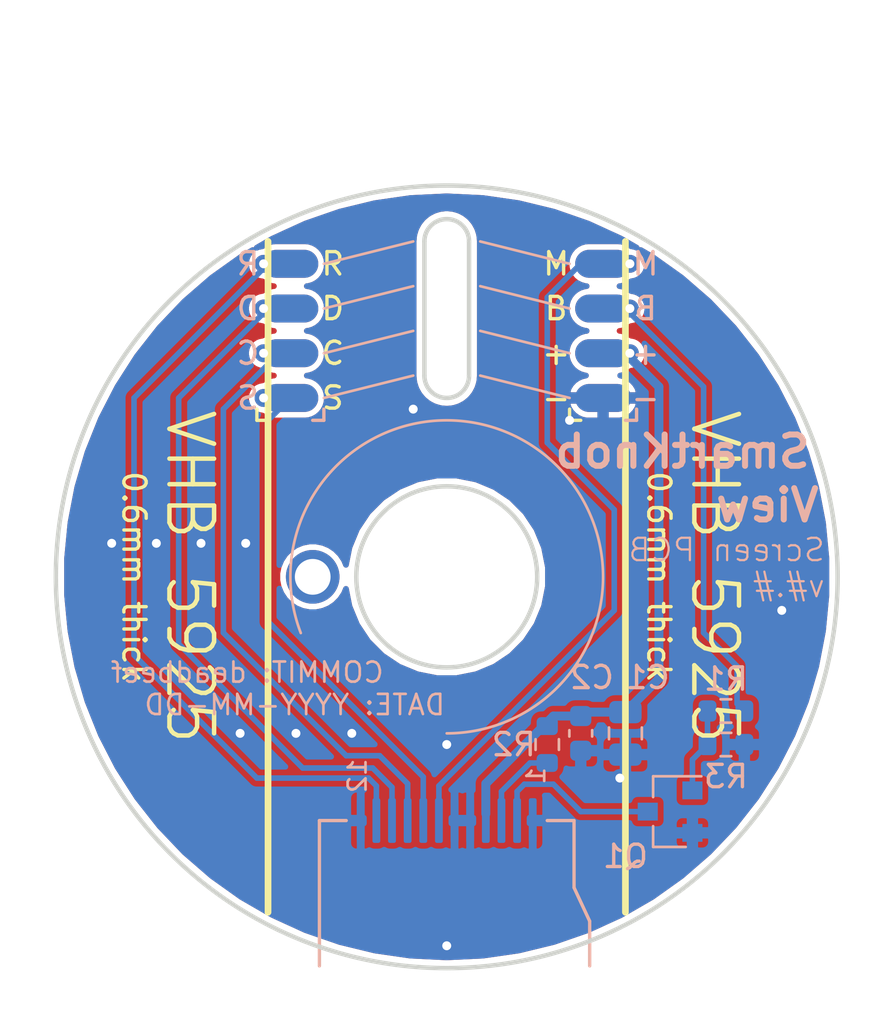
<source format=kicad_pcb>
(kicad_pcb (version 20211014) (generator pcbnew)
  (layers (0 "F.Cu" signal) (31 "B.Cu" signal) (34 "B.Paste" user) (35 "F.Paste" user) (36 "B.SilkS" user "B.Silkscreen") (37 "F.SilkS" user "F.Silkscreen") (38 "B.Mask" user) (39 "F.Mask" user) (44 "Edge.Cuts" user))
  (net 0 "")
  (net 1 "GND")
  (net 2 "/VDD")
  (net 3 "/DC")
  (net 4 "/BACKLIGHT_EN")
  (net 5 "/nRESET")
  (net 6 "/MOSI")
  (net 7 "/SCK")
  (net 8 "/nCS")
  (net 9 "/LEDA")
  (net 10 "/LEDK")
  (net 11 "Net-(Q1-Pad1)")
  (footprint "Holes:AlignmentHole_1.6" (layer "F.Cu") (at 94 100)
    (fp_text reference "H1" hide)
    (fp_text value "AlignmentHole" hide)
    (pad "1" thru_hole circle locked (at 0 0) (size 2.4 2.4) (drill 1.6) (layers *.Cu *.Mask))
  )
  (footprint "SolderPads:SolderPads_2mm_4" (layer "F.Cu") (at 93 92 90)
    (fp_text reference "J5" hide)
    (fp_text value "Conn_01x04")
    (fp_line (start -0.5 -1.5) (end -1 -1.5) (layer "F.SilkS") (width 0.15))
    (fp_line (start -1 -1.5) (end -1 -1) (layer "F.SilkS") (width 0.15))
    (pad "1" smd oval locked (at 0 0 90) (size 1.25 2.5) (layers "F.Cu" "F.Mask") (net 8 "/nCS"))
    (pad "2" smd oval locked (at 2 0 90) (size 1.25 2.5) (layers "F.Cu" "F.Mask") (net 7 "/SCK"))
    (pad "3" smd oval locked (at 4 0 90) (size 1.25 2.5) (layers "F.Cu" "F.Mask") (net 6 "/MOSI"))
    (pad "4" smd oval locked (at 6 0 90) (size 1.25 2.5) (layers "F.Cu" "F.Mask") (net 5 "/nRESET"))
  )
  (footprint "SolderPads:SolderPads_2mm_4" (layer "F.Cu") (at 107 92 90)
    (fp_text reference "J4" hide)
    (fp_text value "Conn_01x04")
    (fp_line (start -0.5 -1.5) (end -1 -1.5) (layer "F.SilkS") (width 0.15))
    (fp_line (start -1 -1.5) (end -1 -1) (layer "F.SilkS") (width 0.15))
    (pad "1" smd oval locked (at 0 0 90) (size 1.25 2.5) (layers "F.Cu" "F.Mask") (net 1 "GND"))
    (pad "2" smd oval locked (at 2 0 90) (size 1.25 2.5) (layers "F.Cu" "F.Mask") (net 2 "/VDD"))
    (pad "3" smd oval locked (at 4 0 90) (size 1.25 2.5) (layers "F.Cu" "F.Mask") (net 4 "/BACKLIGHT_EN"))
    (pad "4" smd oval locked (at 6 0 90) (size 1.25 2.5) (layers "F.Cu" "F.Mask") (net 3 "/DC"))
  )
  (footprint "LCD_GC9A01:GC9A01Round1.28" (layer "B.Cu") (at 100 110.9 90)
    (fp_text reference "J2" hide)
    (fp_text value "GC9A01")
    (fp_text user "1" (at 2 4 90) (layer "B.SilkS") (effects (font (size 0.8 0.8) (thickness 0.12)) (justify mirror)))
    (fp_text user "12" (at 2 -4 90) (layer "B.SilkS") (effects (font (size 0.8 0.8) (thickness 0.12)) (justify mirror)))
    (fp_line (start 0 5.7) (end 0 4.5) (layer "B.SilkS") (width 0.15))
    (fp_line (start -6.5 6.4) (end -4.5 6.4) (layer "B.SilkS") (width 0.15))
    (fp_line (start 0 -5.7) (end -6.5 -5.7) (layer "B.SilkS") (width 0.15))
    (fp_line (start -4.5 6.4) (end -3 5.7) (layer "B.SilkS") (width 0.15))
    (fp_line (start 0 5.7) (end -3 5.7) (layer "B.SilkS") (width 0.15))
    (fp_line (start 0 -5.7) (end 0 -4.5) (layer "B.SilkS") (width 0.15))
    (pad "1" smd roundrect locked (at 0 3.85 90) (size 2 0.35) (layers "B.Cu" "B.Paste" "B.Mask") (net 1 "GND"))
    (pad "2" smd roundrect locked (at 0 3.15 90) (size 2 0.35) (layers "B.Cu" "B.Paste" "B.Mask") (net 10 "/LEDK"))
    (pad "3" smd roundrect locked (at 0 2.45 90) (size 2 0.35) (layers "B.Cu" "B.Paste" "B.Mask") (net 9 "/LEDA"))
    (pad "4" smd roundrect locked (at 0 1.75 90) (size 2 0.35) (layers "B.Cu" "B.Paste" "B.Mask") (net 2 "/VDD"))
    (pad "5" smd roundrect locked (at 0 1.05 90) (size 2 0.35) (layers "B.Cu" "B.Paste" "B.Mask") (net 1 "GND"))
    (pad "6" smd roundrect locked (at 0 0.35 90) (size 2 0.35) (layers "B.Cu" "B.Paste" "B.Mask") (net 1 "GND"))
    (pad "7" smd roundrect locked (at 0 -0.35 90) (size 2 0.35) (layers "B.Cu" "B.Paste" "B.Mask") (net 3 "/DC"))
    (pad "8" smd roundrect locked (at 0 -1.05 90) (size 2 0.35) (layers "B.Cu" "B.Paste" "B.Mask") (net 8 "/nCS"))
    (pad "9" smd roundrect locked (at 0 -1.75 90) (size 2 0.35) (layers "B.Cu" "B.Paste" "B.Mask") (net 7 "/SCK"))
    (pad "10" smd roundrect locked (at 0 -2.45 90) (size 2 0.35) (layers "B.Cu" "B.Paste" "B.Mask") (net 6 "/MOSI"))
    (pad "11" smd roundrect locked (at 0 -3.15 90) (size 2 0.35) (layers "B.Cu" "B.Paste" "B.Mask") (net 5 "/nRESET"))
    (pad "12" smd roundrect locked (at 0 -3.85 90) (size 2 0.35) (layers "B.Cu" "B.Paste" "B.Mask") (net 1 "GND"))
  )
  (footprint "Package_TO_SOT_SMD:SOT-23" (layer "B.Cu") (at 110 110.5 180)
    (fp_text reference "Q1" (at 2 -2 180) (layer "B.SilkS") (effects (justify mirror)))
    (fp_text value "2N7002")
    (fp_line (start 0.76 1.58) (end -1.4 1.58) (layer "B.SilkS") (width 0.12))
    (fp_line (start 0.76 1.58) (end 0.76 0.65) (layer "B.SilkS") (width 0.12))
    (fp_line (start 0.76 -1.58) (end -0.7 -1.58) (layer "B.SilkS") (width 0.12))
    (fp_line (start 0.76 -1.58) (end 0.76 -0.65) (layer "B.SilkS") (width 0.12))
    (pad "1" smd rect locked (at -1 0.95 180) (size 0.9 0.8) (layers "B.Cu" "B.Paste" "B.Mask") (net 11 "Net-(Q1-Pad1)"))
    (pad "2" smd rect locked (at -1 -0.95 180) (size 0.9 0.8) (layers "B.Cu" "B.Paste" "B.Mask") (net 1 "GND"))
    (pad "3" smd rect locked (at 1 0 180) (size 0.9 0.8) (layers "B.Cu" "B.Paste" "B.Mask") (net 10 "/LEDK"))
  )
  (footprint "Resistor_SMD:R_0603_1608Metric" (layer "B.Cu") (at 112.5 106 180)
    (fp_text reference "R1" (at 0 1.43) (layer "B.SilkS") (effects (justify mirror)))
    (fp_text value "10k")
    (fp_line (start -0.237258 -0.5225) (end 0.237258 -0.5225) (layer "B.SilkS") (width 0.12))
    (fp_line (start -0.237258 0.5225) (end 0.237258 0.5225) (layer "B.SilkS") (width 0.12))
    (pad "1" smd roundrect locked (at -0.825 0 180) (size 0.8 0.95) (layers "B.Cu" "B.Paste" "B.Mask") (net 4 "/BACKLIGHT_EN"))
    (pad "2" smd roundrect locked (at 0.825 0 180) (size 0.8 0.95) (layers "B.Cu" "B.Paste" "B.Mask") (net 11 "Net-(Q1-Pad1)"))
  )
  (footprint "Resistor_SMD:R_0603_1608Metric" (layer "B.Cu") (at 104.5 107.5 -90)
    (fp_text reference "R2" (at 0 1.5) (layer "B.SilkS") (effects (justify mirror)))
    (fp_text value "22R")
    (fp_line (start -0.237258 0.5225) (end 0.237258 0.5225) (layer "B.SilkS") (width 0.12))
    (fp_line (start -0.237258 -0.5225) (end 0.237258 -0.5225) (layer "B.SilkS") (width 0.12))
    (pad "1" smd roundrect locked (at -0.825 0 270) (size 0.8 0.95) (layers "B.Cu" "B.Paste" "B.Mask") (net 2 "/VDD"))
    (pad "2" smd roundrect locked (at 0.825 0 270) (size 0.8 0.95) (layers "B.Cu" "B.Paste" "B.Mask") (net 9 "/LEDA"))
  )
  (footprint "Resistor_SMD:R_0603_1608Metric" (layer "B.Cu") (at 112.5 107.5)
    (fp_text reference "R3" (at 0 1.43) (layer "B.SilkS") (effects (justify mirror)))
    (fp_text value "1M")
    (fp_line (start -0.237258 0.5225) (end 0.237258 0.5225) (layer "B.SilkS") (width 0.12))
    (fp_line (start -0.237258 -0.5225) (end 0.237258 -0.5225) (layer "B.SilkS") (width 0.12))
    (pad "1" smd roundrect locked (at -0.825 0) (size 0.8 0.95) (layers "B.Cu" "B.Paste" "B.Mask") (net 11 "Net-(Q1-Pad1)"))
    (pad "2" smd roundrect locked (at 0.825 0) (size 0.8 0.95) (layers "B.Cu" "B.Paste" "B.Mask") (net 1 "GND"))
  )
  (footprint "Capacitor_SMD:C_0603_1608Metric" (layer "B.Cu") (at 106 107 -90)
    (fp_text reference "C2" (at -2.5 -0.5) (layer "B.SilkS") (effects (justify mirror)))
    (fp_text value "0.1uF")
    (fp_line (start -0.14058 0.51) (end 0.14058 0.51) (layer "B.SilkS") (width 0.12))
    (fp_line (start -0.14058 -0.51) (end 0.14058 -0.51) (layer "B.SilkS") (width 0.12))
    (pad "1" smd roundrect locked (at -0.775 0 270) (size 0.9 0.95) (layers "B.Cu" "B.Paste" "B.Mask") (net 2 "/VDD"))
    (pad "2" smd roundrect locked (at 0.775 0 270) (size 0.9 0.95) (layers "B.Cu" "B.Paste" "B.Mask") (net 1 "GND"))
  )
  (footprint "Capacitor_SMD:C_0805_2012Metric" (layer "B.Cu") (at 108 107 -90)
    (fp_text reference "C1" (at -2.5 -1) (layer "B.SilkS") (effects (justify mirror)))
    (fp_text value "22uF")
    (fp_line (start -0.261252 0.735) (end 0.261252 0.735) (layer "B.SilkS") (width 0.12))
    (fp_line (start -0.261252 -0.735) (end 0.261252 -0.735) (layer "B.SilkS") (width 0.12))
    (pad "1" smd roundrect locked (at -0.95 0 270) (size 1 1.45) (layers "B.Cu" "B.Paste" "B.Mask") (net 2 "/VDD"))
    (pad "2" smd roundrect locked (at 0.95 0 270) (size 1 1.45) (layers "B.Cu" "B.Paste" "B.Mask") (net 1 "GND"))
  )
  (footprint "SolderPads:SolderPads_2mm_4" (layer "B.Cu") (at 93 92 90)
    (fp_text reference "J3" hide)
    (fp_text value "Conn_01x04")
    (fp_line (start -0.5 1.5) (end -1 1.5) (layer "B.SilkS") (width 0.15))
    (fp_line (start -1 1.5) (end -1 1) (layer "B.SilkS") (width 0.15))
    (pad "1" smd oval locked (at 0 0 90) (size 1.25 2.5) (layers "B.Cu" "B.Mask") (net 8 "/nCS"))
    (pad "2" smd oval locked (at 2 0 90) (size 1.25 2.5) (layers "B.Cu" "B.Mask") (net 7 "/SCK"))
    (pad "3" smd oval locked (at 4 0 90) (size 1.25 2.5) (layers "B.Cu" "B.Mask") (net 6 "/MOSI"))
    (pad "4" smd oval locked (at 6 0 90) (size 1.25 2.5) (layers "B.Cu" "B.Mask") (net 5 "/nRESET"))
  )
  (footprint "SolderPads:SolderPads_2mm_4" (layer "B.Cu") (at 107 92 90)
    (fp_text reference "J1" hide)
    (fp_text value "Conn_01x04")
    (fp_line (start -1 1.5) (end -1 1) (layer "B.SilkS") (width 0.15))
    (fp_line (start -0.5 1.5) (end -1 1.5) (layer "B.SilkS") (width 0.15))
    (pad "1" smd oval locked (at 0 0 90) (size 1.25 2.5) (layers "B.Cu" "B.Mask") (net 1 "GND"))
    (pad "2" smd oval locked (at 2 0 90) (size 1.25 2.5) (layers "B.Cu" "B.Mask") (net 2 "/VDD"))
    (pad "3" smd oval locked (at 4 0 90) (size 1.25 2.5) (layers "B.Cu" "B.Mask") (net 4 "/BACKLIGHT_EN"))
    (pad "4" smd oval locked (at 6 0 90) (size 1.25 2.5) (layers "B.Cu" "B.Mask") (net 3 "/DC"))
  )
  (gr_arc (start 93.466581 102.512854) (mid 103.962955 94.229819) (end 100 107) (layer "B.SilkS") (width 0.12))
  (gr_line (start 98.5 85) (end 94.5 86) (layer "B.SilkS") (width 0.12))
  (gr_line (start 98.5 91) (end 94.5 92) (layer "B.SilkS") (width 0.12))
  (gr_line (start 101.5 85) (end 105.5 86) (layer "B.SilkS") (width 0.12))
  (gr_line (start 101.5 91) (end 105.5 92) (layer "B.SilkS") (width 0.12))
  (gr_line (start 98.5 89) (end 94.5 90) (layer "B.SilkS") (width 0.12))
  (gr_line (start 101.5 89) (end 105.5 90) (layer "B.SilkS") (width 0.12))
  (gr_line (start 98.5 87) (end 94.5 88) (layer "B.SilkS") (width 0.12))
  (gr_line (start 101.5 87) (end 105.5 88) (layer "B.SilkS") (width 0.12))
  (gr_line (start 92 85) (end 92 115) (layer "F.SilkS") (width 0.3))
  (gr_line (start 108 85) (end 108 115) (layer "F.SilkS") (width 0.3))
  (gr_arc (start 101 91) (mid 100 92) (end 99 91) (layer "Edge.Cuts") (width 0.2))
  (gr_line (start 99 85) (end 99 91) (layer "Edge.Cuts") (width 0.2))
  (gr_line (start 101 91) (end 101 85) (layer "Edge.Cuts") (width 0.2))
  (gr_arc (start 99 85) (mid 100 84) (end 101 85) (layer "Edge.Cuts") (width 0.2))
  (gr_circle (center 100 100) (end 104.05 100) (layer "Edge.Cuts") (width 0.2) (fill none))
  (gr_circle (center 100 100) (end 117.5 100) (layer "Edge.Cuts") (width 0.2) (fill none))
  (gr_text "    COMMIT: deadbeef\nDATE: YYYY-MM-DD\n" (at 100 105) (layer "B.SilkS") (effects (font (size 0.9 0.9) (thickness 0.12)) (justify left mirror)))
  (gr_text "SmartKnob" (at 116.4 94.4) (layer "B.SilkS") (effects (font (size 1.4 1.4) (thickness 0.27)) (justify left mirror)))
  (gr_text "View" (at 116.8 96.8) (layer "B.SilkS") (effects (font (size 1.4 1.4) (thickness 0.27)) (justify left mirror)))
  (gr_text "Screen PCB\nv#.#" (at 117 99.6) (layer "B.SilkS") (effects (font (size 1 1) (thickness 0.1)) (justify left mirror)))
  (gr_text "S" (at 91.1 92) (layer "B.SilkS") (effects (font (size 1 1)) (justify mirror)))
  (gr_text "C" (at 91.1 90) (layer "B.SilkS") (effects (font (size 1 1)) (justify mirror)))
  (gr_text "D" (at 91.1 88) (layer "B.SilkS") (effects (font (size 1 1)) (justify mirror)))
  (gr_text "-" (at 108.9 92) (layer "B.SilkS") (effects (font (size 1 1)) (justify mirror)))
  (gr_text "B" (at 108.9 88) (layer "B.SilkS") (effects (font (size 1 1)) (justify mirror)))
  (gr_text "M" (at 108.9 86) (layer "B.SilkS") (effects (font (size 1 1)) (justify mirror)))
  (gr_text "+" (at 108.9 90) (layer "B.SilkS") (effects (font (size 1 1)) (justify mirror)))
  (gr_text "R" (at 91.1 86) (layer "B.SilkS") (effects (font (size 1 1)) (justify mirror)))
  (gr_text "0.6mm thick" (at 86 100 -90) (layer "F.SilkS") (effects (font (size 1 1))))
  (gr_text "VHB 5925" (at 88.5 100 -90) (layer "F.SilkS") (effects (font (size 2 2) (thickness 0.2))))
  (gr_text "D" (at 94.9 88) (layer "F.SilkS") (effects (font (size 1 1))))
  (gr_text "C" (at 94.9 90) (layer "F.SilkS") (effects (font (size 1 1))))
  (gr_text "S" (at 94.9 92) (layer "F.SilkS") (effects (font (size 1 1))))
  (gr_text "R" (at 94.9 86) (layer "F.SilkS") (effects (font (size 1 1))))
  (gr_text "-" (at 104.9 92) (layer "F.SilkS") (effects (font (size 1 1))))
  (gr_text "+" (at 104.9 90) (layer "F.SilkS") (effects (font (size 1 1))))
  (gr_text "M" (at 104.9 86) (layer "F.SilkS") (effects (font (size 1 1))))
  (gr_text "B" (at 104.9 88) (layer "F.SilkS") (effects (font (size 1 1))))
  (gr_text "VHB 5925" (at 112 100 -90) (layer "F.SilkS") (effects (font (size 2 2) (thickness 0.2))))
  (gr_text "0.6mm thick" (at 109.5 100 -90) (layer "F.SilkS") (effects (font (size 1 1))))
  (via (at 93.25 107) (size 0.8) (drill 0.4) (layers "F.Cu" "B.Cu") (net 1))
  (via (at 105.5 93) (size 0.8) (drill 0.4) (layers "F.Cu" "B.Cu") (net 1))
  (via (at 100 107.5) (size 0.8) (drill 0.4) (layers "F.Cu" "B.Cu") (net 1))
  (via (at 90.75 107) (size 0.8) (drill 0.4) (layers "F.Cu" "B.Cu") (net 1))
  (via (at 98.5 92.5) (size 0.8) (drill 0.4) (layers "F.Cu" "B.Cu") (net 1))
  (via (at 95.75 107) (size 0.8) (drill 0.4) (layers "F.Cu" "B.Cu") (net 1))
  (via (at 107.75 109) (size 0.8) (drill 0.4) (layers "F.Cu" "B.Cu") (net 1))
  (via (at 87 98.5) (size 0.8) (drill 0.4) (layers "F.Cu" "B.Cu") (net 1))
  (via (at 89 98.5) (size 0.8) (drill 0.4) (layers "F.Cu" "B.Cu") (net 1))
  (via (at 115 101.5) (size 0.8) (drill 0.4) (layers "F.Cu" "B.Cu") (net 1))
  (via (at 91 98.5) (size 0.8) (drill 0.4) (layers "F.Cu" "B.Cu") (net 1))
  (via (at 85 98.5) (size 0.8) (drill 0.4) (layers "F.Cu" "B.Cu") (net 1))
  (via (at 100 116.5) (size 0.8) (drill 0.4) (layers "F.Cu" "B.Cu") (net 1))
  (via (at 108.2 90) (size 0.8) (drill 0.4) (layers "F.Cu" "B.Cu") (net 2))
  (segment (start 108 90) (end 107 90) (width 0.4) (layer "B.Cu") (net 2))
  (segment (start 108 90) (end 109.5 91.5) (width 0.4) (layer "B.Cu") (net 2))
  (segment (start 109.5 91.5) (end 109.5 104.55) (width 0.4) (layer "B.Cu") (net 2))
  (segment (start 106.175 106.05) (end 106 106.225) (width 0.25) (layer "B.Cu") (net 2))
  (segment (start 104.775 106.225) (end 101.75 109.25) (width 0.4) (layer "B.Cu") (net 2))
  (segment (start 106 106.225) (end 104.775 106.225) (width 0.4) (layer "B.Cu") (net 2))
  (segment (start 109.5 104.55) (end 108 106.05) (width 0.4) (layer "B.Cu") (net 2))
  (segment (start 108 106.05) (end 106.175 106.05) (width 0.4) (layer "B.Cu") (net 2))
  (segment (start 101.75 109.25) (end 101.75 110.6) (width 0.4) (layer "B.Cu") (net 2))
  (via (at 108.2 86) (size 0.8) (drill 0.4) (layers "F.Cu" "B.Cu") (net 3))
  (segment (start 99.65 110.6) (end 99.65 109.35) (width 0.25) (layer "B.Cu") (net 3))
  (segment (start 99.65 109.35) (end 107.5 101.5) (width 0.25) (layer "B.Cu") (net 3))
  (segment (start 107.5 97) (end 104.5 94) (width 0.25) (layer "B.Cu") (net 3))
  (segment (start 104.5 94) (end 104.5 87.5) (width 0.25) (layer "B.Cu") (net 3))
  (segment (start 104.5 87.5) (end 106 86) (width 0.25) (layer "B.Cu") (net 3))
  (segment (start 107.5 101.5) (end 107.5 97) (width 0.25) (layer "B.Cu") (net 3))
  (segment (start 106 86) (end 107 86) (width 0.25) (layer "B.Cu") (net 3))
  (via (at 108.2 88) (size 0.8) (drill 0.4) (layers "F.Cu" "B.Cu") (net 4))
  (segment (start 113 104) (end 113 105.675) (width 0.25) (layer "B.Cu") (net 4))
  (segment (start 108 88) (end 111.5 91.5) (width 0.25) (layer "B.Cu") (net 4))
  (segment (start 107 88) (end 108 88) (width 0.25) (layer "B.Cu") (net 4))
  (segment (start 111.5 91.5) (end 111.5 102.5) (width 0.25) (layer "B.Cu") (net 4))
  (segment (start 113 105.675) (end 113.325 106) (width 0.25) (layer "B.Cu") (net 4))
  (segment (start 111.5 102.5) (end 113 104) (width 0.25) (layer "B.Cu") (net 4))
  (via (at 91.8 86) (size 0.8) (drill 0.4) (layers "F.Cu" "B.Cu") (net 5))
  (segment (start 96.85 110.6) (end 96.85 109.35) (width 0.25) (layer "B.Cu") (net 5))
  (segment (start 96.85 109.35) (end 96.5 109) (width 0.25) (layer "B.Cu") (net 5))
  (segment (start 96.5 109) (end 91.5 109) (width 0.25) (layer "B.Cu") (net 5))
  (segment (start 92 86) (end 93 86) (width 0.25) (layer "B.Cu") (net 5))
  (segment (start 86 103.5) (end 86 92) (width 0.25) (layer "B.Cu") (net 5))
  (segment (start 86 92) (end 92 86) (width 0.25) (layer "B.Cu") (net 5))
  (segment (start 91.5 109) (end 86 103.5) (width 0.25) (layer "B.Cu") (net 5))
  (via (at 91.8 88) (size 0.8) (drill 0.4) (layers "F.Cu" "B.Cu") (net 6))
  (segment (start 96.686401 108.549991) (end 97.55 109.413589) (width 0.25) (layer "B.Cu") (net 6))
  (segment (start 97.55 109.413589) (end 97.55 110.6) (width 0.25) (layer "B.Cu") (net 6))
  (segment (start 92 88) (end 88 92) (width 0.25) (layer "B.Cu") (net 6))
  (segment (start 88 92) (end 88 103) (width 0.25) (layer "B.Cu") (net 6))
  (segment (start 88 103) (end 93.549991 108.549991) (width 0.25) (layer "B.Cu") (net 6))
  (segment (start 93 88) (end 92 88) (width 0.25) (layer "B.Cu") (net 6))
  (segment (start 93.549991 108.549991) (end 96.686401 108.549991) (width 0.25) (layer "B.Cu") (net 6))
  (via (at 91.8 90) (size 0.8) (drill 0.4) (layers "F.Cu" "B.Cu") (net 7))
  (segment (start 97 108) (end 95.5 108) (width 0.25) (layer "B.Cu") (net 7))
  (segment (start 95.5 108) (end 90 102.5) (width 0.25) (layer "B.Cu") (net 7))
  (segment (start 90 102.5) (end 90 92.5) (width 0.25) (layer "B.Cu") (net 7))
  (segment (start 98.25 109.25) (end 97 108) (width 0.25) (layer "B.Cu") (net 7))
  (segment (start 98.25 110.6) (end 98.25 109.25) (width 0.25) (layer "B.Cu") (net 7))
  (segment (start 92.5 90) (end 93 90) (width 0.25) (layer "B.Cu") (net 7))
  (segment (start 90 92.5) (end 92.5 90) (width 0.25) (layer "B.Cu") (net 7))
  (via (at 91.8 92) (size 0.8) (drill 0.4) (layers "F.Cu" "B.Cu") (net 8))
  (segment (start 98.95 110.6) (end 98.95 108.95) (width 0.25) (layer "B.Cu") (net 8))
  (segment (start 92 102) (end 92 93) (width 0.25) (layer "B.Cu") (net 8))
  (segment (start 92 93) (end 93 92) (width 0.25) (layer "B.Cu") (net 8))
  (segment (start 98.95 108.95) (end 92 102) (width 0.25) (layer "B.Cu") (net 8))
  (segment (start 102.45 109.6) (end 103.725 108.325) (width 0.25) (layer "B.Cu") (net 9))
  (segment (start 103.725 108.325) (end 104.5 108.325) (width 0.25) (layer "B.Cu") (net 9))
  (segment (start 102.45 110.6) (end 102.45 109.6) (width 0.25) (layer "B.Cu") (net 9))
  (segment (start 103.15 109.6) (end 103.47501 109.27499) (width 0.25) (layer "B.Cu") (net 10))
  (segment (start 106 110.5) (end 109 110.5) (width 0.25) (layer "B.Cu") (net 10))
  (segment (start 103.47501 109.27499) (end 104.77499 109.27499) (width 0.25) (layer "B.Cu") (net 10))
  (segment (start 103.15 110.6) (end 103.15 109.6) (width 0.25) (layer "B.Cu") (net 10))
  (segment (start 104.77499 109.27499) (end 106 110.5) (width 0.25) (layer "B.Cu") (net 10))
  (segment (start 111.675 106) (end 111.675 107.5) (width 0.25) (layer "B.Cu") (net 11))
  (segment (start 111 108.175) (end 111.675 107.5) (width 0.25) (layer "B.Cu") (net 11))
  (segment (start 111 109.55) (end 111 108.175) (width 0.25) (layer "B.Cu") (net 11))
  (zone (net 1) (net_name "GND") (layer "F.Cu") (connect_pads (clearance 0.254)) (min_thickness 0.254) (fill yes (thermal_gap 0.254) (thermal_bridge_width 0.508))
    (polygon (pts (xy 120 120) (xy 80 120) (xy 80 80) (xy 120 80)))
  )
  (zone (net 1) (net_name "GND") (layer "B.Cu") (connect_pads (clearance 0.254)) (min_thickness 0.254) (fill yes (thermal_gap 0.254) (thermal_bridge_width 0.508))
    (polygon (pts (xy 120 120) (xy 80 120) (xy 80 80) (xy 120 80)))
  )
)
</source>
